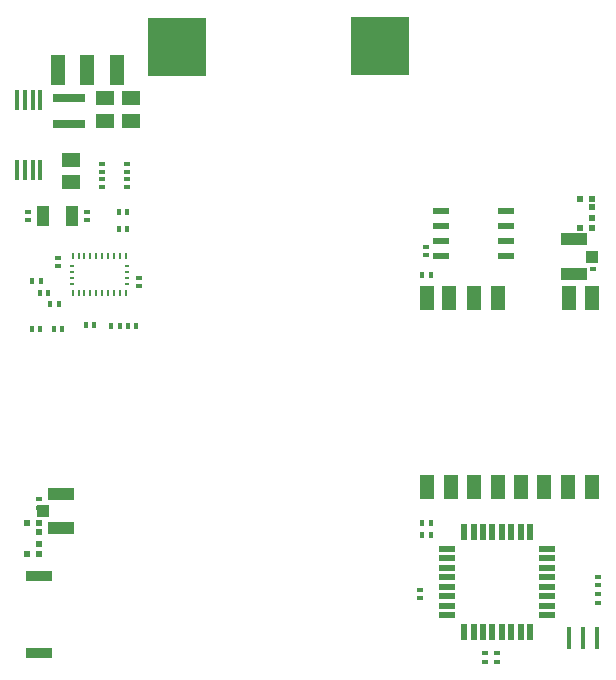
<source format=gbr>
G04*
G04 #@! TF.GenerationSoftware,Altium Limited,Altium Designer,25.5.2 (35)*
G04*
G04 Layer_Color=8421504*
%FSLAX25Y25*%
%MOIN*%
G70*
G04*
G04 #@! TF.SameCoordinates,38EB6A6A-CC72-40A8-BBF4-0EDFD8540081*
G04*
G04*
G04 #@! TF.FilePolarity,Positive*
G04*
G01*
G75*
%ADD18R,0.06299X0.05118*%
%ADD19R,0.19685X0.19685*%
%ADD20R,0.05000X0.07874*%
G04:AMPARAMS|DCode=21|XSize=21.65mil|YSize=19.68mil|CornerRadius=2.46mil|HoleSize=0mil|Usage=FLASHONLY|Rotation=90.000|XOffset=0mil|YOffset=0mil|HoleType=Round|Shape=RoundedRectangle|*
%AMROUNDEDRECTD21*
21,1,0.02165,0.01476,0,0,90.0*
21,1,0.01673,0.01968,0,0,90.0*
1,1,0.00492,0.00738,0.00837*
1,1,0.00492,0.00738,-0.00837*
1,1,0.00492,-0.00738,-0.00837*
1,1,0.00492,-0.00738,0.00837*
%
%ADD21ROUNDEDRECTD21*%
%ADD22R,0.08661X0.04134*%
%ADD23R,0.05750X0.02200*%
%ADD24R,0.02254X0.01438*%
%ADD25R,0.02000X0.05800*%
%ADD26R,0.01575X0.07480*%
%ADD27R,0.01438X0.02254*%
%ADD28R,0.01968X0.01378*%
%ADD29R,0.01000X0.01900*%
%ADD30R,0.04724X0.09843*%
%ADD31R,0.01654X0.07008*%
%ADD32R,0.01500X0.01000*%
%ADD33R,0.19685X0.19685*%
%ADD34R,0.10630X0.03150*%
%ADD35R,0.04134X0.03937*%
G04:AMPARAMS|DCode=36|XSize=21.65mil|YSize=19.68mil|CornerRadius=2.46mil|HoleSize=0mil|Usage=FLASHONLY|Rotation=180.000|XOffset=0mil|YOffset=0mil|HoleType=Round|Shape=RoundedRectangle|*
%AMROUNDEDRECTD36*
21,1,0.02165,0.01476,0,0,180.0*
21,1,0.01673,0.01968,0,0,180.0*
1,1,0.00492,-0.00837,0.00738*
1,1,0.00492,0.00837,0.00738*
1,1,0.00492,0.00837,-0.00738*
1,1,0.00492,-0.00837,-0.00738*
%
%ADD36ROUNDEDRECTD36*%
%ADD37R,0.08503X0.03791*%
%ADD38R,0.05800X0.02000*%
%ADD39R,0.03950X0.07100*%
D18*
X39370Y181299D02*
D03*
X30512D02*
D03*
X19291Y168307D02*
D03*
Y160827D02*
D03*
X39370Y188779D02*
D03*
X30512D02*
D03*
D19*
X122256Y206321D02*
D03*
D20*
X193110Y59320D02*
D03*
X137992Y59351D02*
D03*
X185236Y122343D02*
D03*
X193110D02*
D03*
X153740D02*
D03*
X145492Y122351D02*
D03*
X137992D02*
D03*
X184986Y59342D02*
D03*
X145866Y59320D02*
D03*
X153740Y59342D02*
D03*
X169488Y59351D02*
D03*
X176988D02*
D03*
X161566Y59320D02*
D03*
X161614Y122343D02*
D03*
D21*
X189075Y155217D02*
D03*
Y145669D02*
D03*
X4724Y47244D02*
D03*
X4823Y37008D02*
D03*
X8661Y47244D02*
D03*
X8760Y37008D02*
D03*
X193012Y155217D02*
D03*
Y145669D02*
D03*
D22*
X186909Y141831D02*
D03*
Y130217D02*
D03*
X16142Y56988D02*
D03*
Y45374D02*
D03*
D23*
X164268Y151201D02*
D03*
X142818Y136201D02*
D03*
Y151201D02*
D03*
Y146201D02*
D03*
X164268Y141201D02*
D03*
Y136201D02*
D03*
Y146201D02*
D03*
X142818Y141201D02*
D03*
D24*
X137795Y139187D02*
D03*
X194882Y20669D02*
D03*
X161417Y984D02*
D03*
X157480D02*
D03*
X24606Y148214D02*
D03*
X42126Y126167D02*
D03*
X4921Y148214D02*
D03*
X14961Y132860D02*
D03*
X42126Y128951D02*
D03*
X137795Y136403D02*
D03*
X161417Y3768D02*
D03*
X135827Y22230D02*
D03*
X157480Y3768D02*
D03*
X14961Y135644D02*
D03*
X8661Y52334D02*
D03*
X193209Y131974D02*
D03*
X4921Y150998D02*
D03*
X24606D02*
D03*
X194882Y29359D02*
D03*
X135827Y25014D02*
D03*
X194882Y26575D02*
D03*
Y23453D02*
D03*
X8661Y55118D02*
D03*
X193209Y134758D02*
D03*
D25*
X163017Y10859D02*
D03*
X159817Y44259D02*
D03*
X156717Y10859D02*
D03*
X169317Y44259D02*
D03*
X166117Y10859D02*
D03*
X159817D02*
D03*
X172417Y44259D02*
D03*
X150417Y10859D02*
D03*
X153517D02*
D03*
X150417Y44259D02*
D03*
X153517D02*
D03*
X156717D02*
D03*
X163017D02*
D03*
X166117D02*
D03*
X172417Y10859D02*
D03*
X169317D02*
D03*
D26*
X189961Y8858D02*
D03*
X185236D02*
D03*
X194685D02*
D03*
D27*
X139187Y47244D02*
D03*
X8844Y124016D02*
D03*
X41040Y112786D02*
D03*
X12387Y120079D02*
D03*
X6171Y111831D02*
D03*
X16475Y111941D02*
D03*
X24198Y113189D02*
D03*
X136403Y129921D02*
D03*
X35222Y145276D02*
D03*
Y150787D02*
D03*
X13691Y111941D02*
D03*
X6482Y127953D02*
D03*
X8955Y111831D02*
D03*
X139187Y129921D02*
D03*
X26983Y113189D02*
D03*
X32744Y112786D02*
D03*
X35528D02*
D03*
X11628Y124016D02*
D03*
X38256Y112786D02*
D03*
X38006Y145276D02*
D03*
Y150787D02*
D03*
X9266Y127953D02*
D03*
X15171Y120079D02*
D03*
X139187Y43307D02*
D03*
X136403D02*
D03*
Y47244D02*
D03*
D28*
X37894Y166831D02*
D03*
X29823Y164272D02*
D03*
X37894D02*
D03*
X29823Y166831D02*
D03*
Y161713D02*
D03*
Y159153D02*
D03*
X37894Y161713D02*
D03*
Y159153D02*
D03*
D29*
X27756Y136071D02*
D03*
Y123771D02*
D03*
X21850Y136071D02*
D03*
X23819D02*
D03*
X25787D02*
D03*
X37598D02*
D03*
X19882D02*
D03*
X29724D02*
D03*
X31693D02*
D03*
X33661D02*
D03*
X35630D02*
D03*
X37598Y123771D02*
D03*
X35630D02*
D03*
X33661D02*
D03*
X31693D02*
D03*
X29724D02*
D03*
X25787D02*
D03*
X23819D02*
D03*
X21850D02*
D03*
X19882D02*
D03*
D30*
X14961Y198228D02*
D03*
X24803D02*
D03*
X34646D02*
D03*
D31*
X6497Y188189D02*
D03*
X1378D02*
D03*
Y164803D02*
D03*
X3937Y188189D02*
D03*
X9056Y164803D02*
D03*
X6497D02*
D03*
X3937D02*
D03*
X9056Y188189D02*
D03*
D32*
X19640Y132874D02*
D03*
Y130905D02*
D03*
X37840Y132874D02*
D03*
Y130905D02*
D03*
Y128937D02*
D03*
Y126969D02*
D03*
X19640D02*
D03*
Y128937D02*
D03*
D33*
X54516Y205884D02*
D03*
D34*
X18504Y180315D02*
D03*
Y188977D02*
D03*
D35*
X192913Y136024D02*
D03*
X10138Y51181D02*
D03*
D36*
X8760Y44094D02*
D03*
Y40157D02*
D03*
X193012Y152657D02*
D03*
Y148721D02*
D03*
D37*
X8768Y29639D02*
D03*
Y3948D02*
D03*
D38*
X178117Y35459D02*
D03*
X144717Y38559D02*
D03*
X178117D02*
D03*
X144717Y16559D02*
D03*
X178117Y32259D02*
D03*
Y29159D02*
D03*
X144717Y32259D02*
D03*
Y29159D02*
D03*
X178117Y22859D02*
D03*
X144717Y19659D02*
D03*
Y22859D02*
D03*
Y25959D02*
D03*
Y35459D02*
D03*
X178117Y25959D02*
D03*
Y19659D02*
D03*
Y16559D02*
D03*
D39*
X9843Y149606D02*
D03*
X19692D02*
D03*
M02*

</source>
